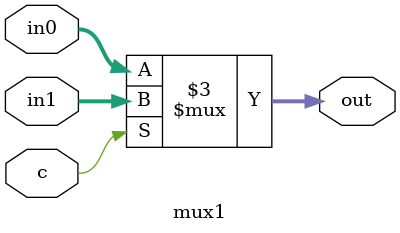
<source format=v>
`timescale 1ns / 1ps

module mux1(
    input c,
    input [31:0]in0,in1,
    output reg [31:0]out
    );
    always @* begin
        if(c) begin
            out =in1;
        end
        else begin
            out=in0;
        end
    end
endmodule

</source>
